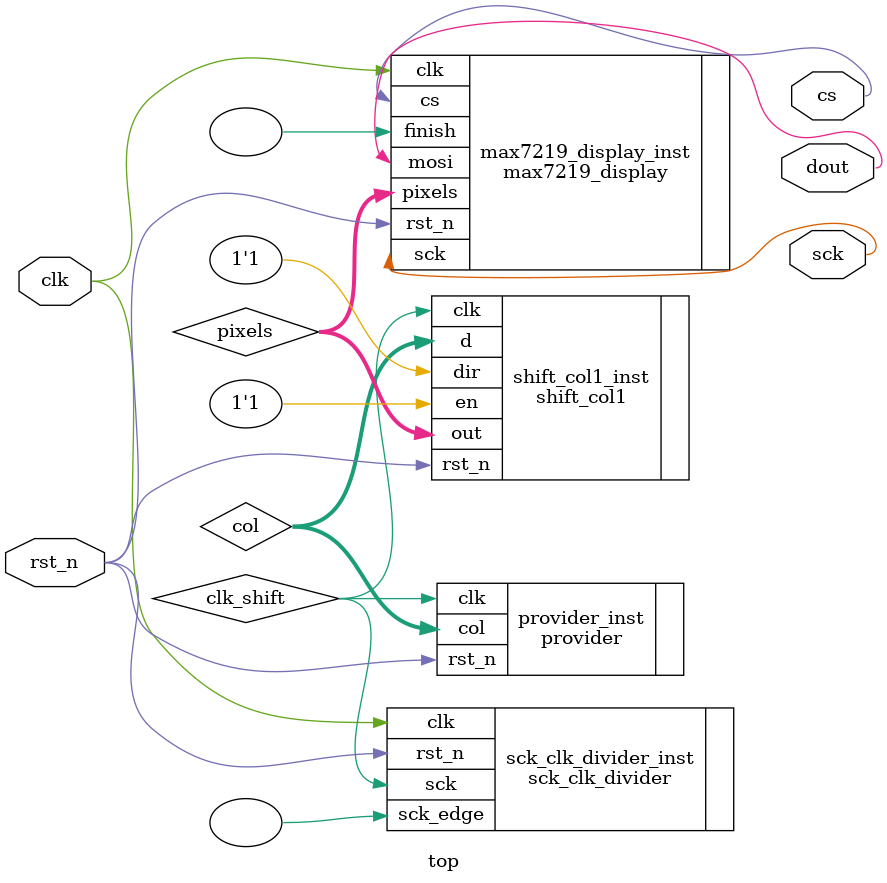
<source format=v>
module top(
    input clk,
    input rst_n,

    output sck,
    output dout,
    output cs
);
    wire [7:0] col;
    wire [63:0] pixels;
    wire clk_shift;

    sck_clk_divider #(5_000_000) sck_clk_divider_inst
    (
        .clk(clk),
        .rst_n(rst_n),
        .sck(clk_shift),
        .sck_edge()
    );

    provider provider_inst
    (
        .clk(clk_shift),
        .rst_n(rst_n),
        .col(col)
    );

    shift_col1 shift_col1_inst(
        .clk(clk_shift),
        .rst_n(rst_n),
        .en(1'b1),
        .dir(1'b1),
        .d(col),
        .out(pixels)
    );

    max7219_display max7219_display_inst
    (
        .clk(clk),
        .rst_n(rst_n),
        .pixels(pixels),
        .sck(sck),
        .mosi(dout),
        .cs(cs),
        .finish()
    );
endmodule
</source>
